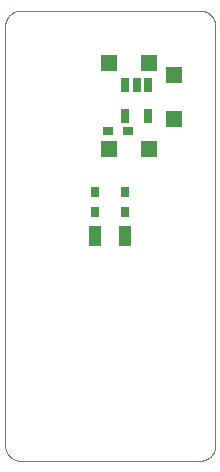
<source format=gbp>
G75*
%MOIN*%
%OFA0B0*%
%FSLAX25Y25*%
%IPPOS*%
%LPD*%
%AMOC8*
5,1,8,0,0,1.08239X$1,22.5*
%
%ADD10C,0.00000*%
%ADD11R,0.05512X0.05512*%
%ADD12R,0.03543X0.03150*%
%ADD13R,0.03150X0.03543*%
%ADD14R,0.03937X0.07087*%
%ADD15R,0.02717X0.04724*%
D10*
X0006400Y0008900D02*
X0006400Y0148900D01*
X0006402Y0149040D01*
X0006408Y0149180D01*
X0006418Y0149320D01*
X0006431Y0149460D01*
X0006449Y0149599D01*
X0006471Y0149738D01*
X0006496Y0149875D01*
X0006525Y0150013D01*
X0006558Y0150149D01*
X0006595Y0150284D01*
X0006636Y0150418D01*
X0006681Y0150551D01*
X0006729Y0150683D01*
X0006781Y0150813D01*
X0006836Y0150942D01*
X0006895Y0151069D01*
X0006958Y0151195D01*
X0007024Y0151319D01*
X0007093Y0151440D01*
X0007166Y0151560D01*
X0007243Y0151678D01*
X0007322Y0151793D01*
X0007405Y0151907D01*
X0007491Y0152017D01*
X0007580Y0152126D01*
X0007672Y0152232D01*
X0007767Y0152335D01*
X0007864Y0152436D01*
X0007965Y0152533D01*
X0008068Y0152628D01*
X0008174Y0152720D01*
X0008283Y0152809D01*
X0008393Y0152895D01*
X0008507Y0152978D01*
X0008622Y0153057D01*
X0008740Y0153134D01*
X0008860Y0153207D01*
X0008981Y0153276D01*
X0009105Y0153342D01*
X0009231Y0153405D01*
X0009358Y0153464D01*
X0009487Y0153519D01*
X0009617Y0153571D01*
X0009749Y0153619D01*
X0009882Y0153664D01*
X0010016Y0153705D01*
X0010151Y0153742D01*
X0010287Y0153775D01*
X0010425Y0153804D01*
X0010562Y0153829D01*
X0010701Y0153851D01*
X0010840Y0153869D01*
X0010980Y0153882D01*
X0011120Y0153892D01*
X0011260Y0153898D01*
X0011400Y0153900D01*
X0071400Y0153900D01*
X0071540Y0153898D01*
X0071680Y0153892D01*
X0071820Y0153882D01*
X0071960Y0153869D01*
X0072099Y0153851D01*
X0072238Y0153829D01*
X0072375Y0153804D01*
X0072513Y0153775D01*
X0072649Y0153742D01*
X0072784Y0153705D01*
X0072918Y0153664D01*
X0073051Y0153619D01*
X0073183Y0153571D01*
X0073313Y0153519D01*
X0073442Y0153464D01*
X0073569Y0153405D01*
X0073695Y0153342D01*
X0073819Y0153276D01*
X0073940Y0153207D01*
X0074060Y0153134D01*
X0074178Y0153057D01*
X0074293Y0152978D01*
X0074407Y0152895D01*
X0074517Y0152809D01*
X0074626Y0152720D01*
X0074732Y0152628D01*
X0074835Y0152533D01*
X0074936Y0152436D01*
X0075033Y0152335D01*
X0075128Y0152232D01*
X0075220Y0152126D01*
X0075309Y0152017D01*
X0075395Y0151907D01*
X0075478Y0151793D01*
X0075557Y0151678D01*
X0075634Y0151560D01*
X0075707Y0151440D01*
X0075776Y0151319D01*
X0075842Y0151195D01*
X0075905Y0151069D01*
X0075964Y0150942D01*
X0076019Y0150813D01*
X0076071Y0150683D01*
X0076119Y0150551D01*
X0076164Y0150418D01*
X0076205Y0150284D01*
X0076242Y0150149D01*
X0076275Y0150013D01*
X0076304Y0149875D01*
X0076329Y0149738D01*
X0076351Y0149599D01*
X0076369Y0149460D01*
X0076382Y0149320D01*
X0076392Y0149180D01*
X0076398Y0149040D01*
X0076400Y0148900D01*
X0076400Y0008900D01*
X0076398Y0008760D01*
X0076392Y0008620D01*
X0076382Y0008480D01*
X0076369Y0008340D01*
X0076351Y0008201D01*
X0076329Y0008062D01*
X0076304Y0007925D01*
X0076275Y0007787D01*
X0076242Y0007651D01*
X0076205Y0007516D01*
X0076164Y0007382D01*
X0076119Y0007249D01*
X0076071Y0007117D01*
X0076019Y0006987D01*
X0075964Y0006858D01*
X0075905Y0006731D01*
X0075842Y0006605D01*
X0075776Y0006481D01*
X0075707Y0006360D01*
X0075634Y0006240D01*
X0075557Y0006122D01*
X0075478Y0006007D01*
X0075395Y0005893D01*
X0075309Y0005783D01*
X0075220Y0005674D01*
X0075128Y0005568D01*
X0075033Y0005465D01*
X0074936Y0005364D01*
X0074835Y0005267D01*
X0074732Y0005172D01*
X0074626Y0005080D01*
X0074517Y0004991D01*
X0074407Y0004905D01*
X0074293Y0004822D01*
X0074178Y0004743D01*
X0074060Y0004666D01*
X0073940Y0004593D01*
X0073819Y0004524D01*
X0073695Y0004458D01*
X0073569Y0004395D01*
X0073442Y0004336D01*
X0073313Y0004281D01*
X0073183Y0004229D01*
X0073051Y0004181D01*
X0072918Y0004136D01*
X0072784Y0004095D01*
X0072649Y0004058D01*
X0072513Y0004025D01*
X0072375Y0003996D01*
X0072238Y0003971D01*
X0072099Y0003949D01*
X0071960Y0003931D01*
X0071820Y0003918D01*
X0071680Y0003908D01*
X0071540Y0003902D01*
X0071400Y0003900D01*
X0011400Y0003900D01*
X0011260Y0003902D01*
X0011120Y0003908D01*
X0010980Y0003918D01*
X0010840Y0003931D01*
X0010701Y0003949D01*
X0010562Y0003971D01*
X0010425Y0003996D01*
X0010287Y0004025D01*
X0010151Y0004058D01*
X0010016Y0004095D01*
X0009882Y0004136D01*
X0009749Y0004181D01*
X0009617Y0004229D01*
X0009487Y0004281D01*
X0009358Y0004336D01*
X0009231Y0004395D01*
X0009105Y0004458D01*
X0008981Y0004524D01*
X0008860Y0004593D01*
X0008740Y0004666D01*
X0008622Y0004743D01*
X0008507Y0004822D01*
X0008393Y0004905D01*
X0008283Y0004991D01*
X0008174Y0005080D01*
X0008068Y0005172D01*
X0007965Y0005267D01*
X0007864Y0005364D01*
X0007767Y0005465D01*
X0007672Y0005568D01*
X0007580Y0005674D01*
X0007491Y0005783D01*
X0007405Y0005893D01*
X0007322Y0006007D01*
X0007243Y0006122D01*
X0007166Y0006240D01*
X0007093Y0006360D01*
X0007024Y0006481D01*
X0006958Y0006605D01*
X0006895Y0006731D01*
X0006836Y0006858D01*
X0006781Y0006987D01*
X0006729Y0007117D01*
X0006681Y0007249D01*
X0006636Y0007382D01*
X0006595Y0007516D01*
X0006558Y0007651D01*
X0006525Y0007787D01*
X0006496Y0007925D01*
X0006471Y0008062D01*
X0006449Y0008201D01*
X0006431Y0008340D01*
X0006418Y0008480D01*
X0006408Y0008620D01*
X0006402Y0008760D01*
X0006400Y0008900D01*
D11*
X0040957Y0107650D03*
X0054343Y0107650D03*
X0062650Y0117670D03*
X0062650Y0132630D03*
X0054343Y0136400D03*
X0040957Y0136400D03*
D12*
X0040554Y0113900D03*
X0047246Y0113900D03*
D13*
X0046400Y0093496D03*
X0046400Y0086804D03*
X0036400Y0086804D03*
X0036400Y0093496D03*
D14*
X0036479Y0078900D03*
X0046321Y0078900D03*
D15*
X0046410Y0118781D03*
X0046410Y0129019D03*
X0050150Y0129019D03*
X0053890Y0129019D03*
X0053890Y0118781D03*
M02*

</source>
